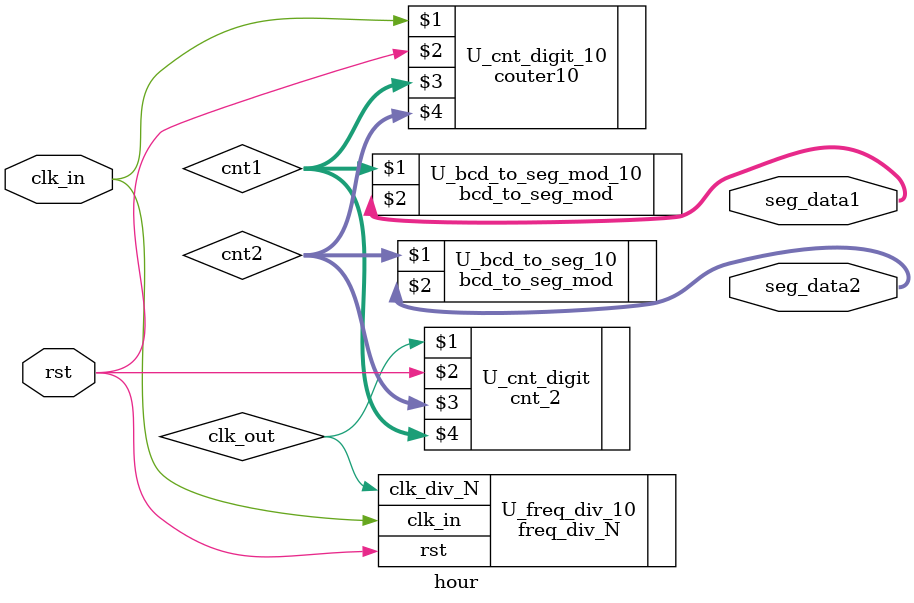
<source format=v>
`timescale 1ns / 1ps
module hour(clk_in,rst,seg_data1,seg_data2);
   input clk_in, rst;
	output [7:0] seg_data1, seg_data2;
   wire [3:0] cnt1;
	wire [2:0] cnt2;
	wire [7:0] seg_data1, seg_data2;
	
	freq_div_N #(10) U_freq_div_10 (.clk_in(clk_in), 
											 .rst(rst), 
											 .clk_div_N(clk_out));
											 
	couter10 U_cnt_digit_10 (clk_in, rst, cnt1,cnt2);
   bcd_to_seg_mod U_bcd_to_seg_mod_10 (cnt1,seg_data1);
	
	cnt_2 U_cnt_digit (clk_out, rst, cnt2,cnt1);
   bcd_to_seg_mod U_bcd_to_seg_10 (cnt2,seg_data2); 
endmodule

</source>
